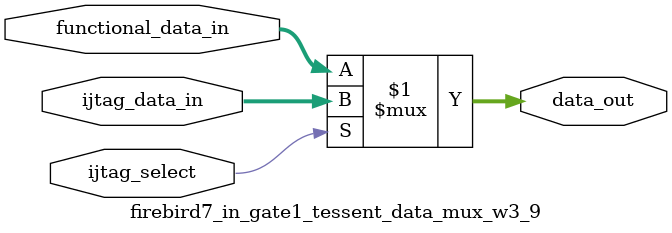
<source format=sv>

module firebird7_in_gate1_tessent_data_mux_w3_9 (
  input wire ijtag_select,
  input wire [2:0]  functional_data_in,
  input wire [2:0]  ijtag_data_in,
  output wire [2:0] data_out
);
assign data_out = (ijtag_select) ? ijtag_data_in : functional_data_in;
endmodule

</source>
